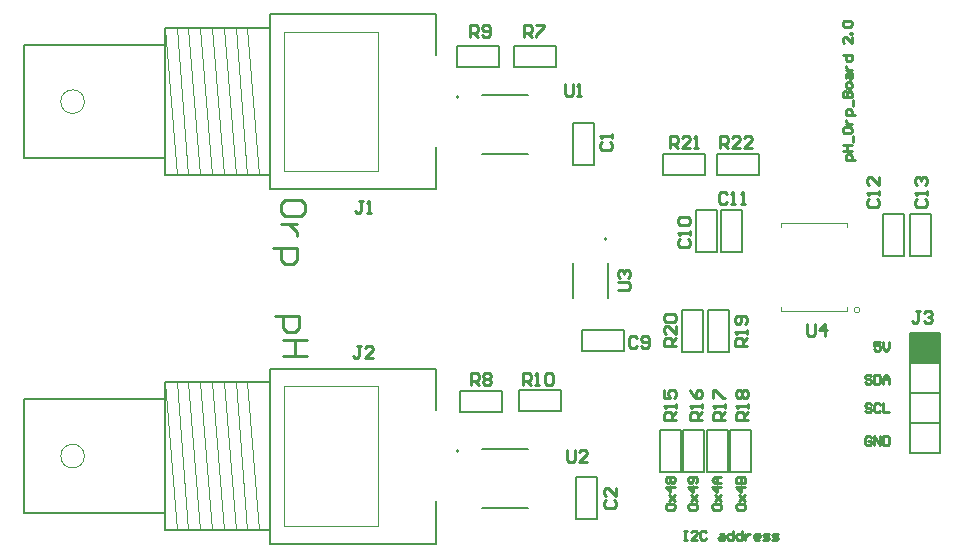
<source format=gto>
G04*
G04 #@! TF.GenerationSoftware,Altium Limited,Altium Designer,25.5.2 (35)*
G04*
G04 Layer_Color=65535*
%FSLAX44Y44*%
%MOMM*%
G71*
G04*
G04 #@! TF.SameCoordinates,747CCF99-A89D-410B-911D-7770042ED889*
G04*
G04*
G04 #@! TF.FilePolarity,Positive*
G04*
G01*
G75*
%ADD10C,0.2000*%
%ADD11C,0.0250*%
%ADD12C,0.0000*%
%ADD13C,0.1270*%
%ADD14C,0.0250*%
%ADD15C,0.1200*%
%ADD16C,0.2032*%
%ADD17C,0.2540*%
%ADD18R,2.5400X2.5303*%
D10*
X545630Y517600D02*
G03*
X545630Y517600I-1000J0D01*
G01*
X420340Y637730D02*
G03*
X420340Y637730I-1000J0D01*
G01*
Y338010D02*
G03*
X420340Y338010I-1000J0D01*
G01*
X171470Y571430D02*
Y585930D01*
Y681930D01*
Y571430D02*
X260470D01*
X52470Y585930D02*
Y681930D01*
X171470D01*
X52470Y585930D02*
X171470D01*
Y681930D02*
Y696430D01*
X260470D01*
Y559930D02*
Y571430D01*
Y559930D02*
X401470D01*
X260470Y571430D02*
Y696430D01*
X401256Y560261D02*
X401405Y595820D01*
X260470Y696430D02*
Y707930D01*
X401470D01*
X401325Y673301D02*
X401470Y707930D01*
X401325Y373181D02*
X401470Y407810D01*
X260470D02*
X401470D01*
X260470Y396310D02*
Y407810D01*
X401256Y260141D02*
X401405Y295700D01*
X260470Y271310D02*
Y396310D01*
Y259810D02*
X401470D01*
X260470D02*
Y271310D01*
X171470Y396310D02*
X260470D01*
X171470Y381810D02*
Y396310D01*
X52470Y285810D02*
X171470D01*
X52470Y381810D02*
X171470D01*
X52470Y285810D02*
Y381810D01*
X171470Y271310D02*
X260470D01*
X171470Y285810D02*
Y381810D01*
Y271310D02*
Y285810D01*
D11*
X103470Y633930D02*
G03*
X103470Y633930I-10000J0D01*
G01*
Y333810D02*
G03*
X103470Y333810I-10000J0D01*
G01*
X181470Y696430D02*
X191470Y571430D01*
X171470Y696430D02*
X181470Y571430D01*
X211470Y696430D02*
X221470Y571430D01*
X201470Y696430D02*
X211470Y571430D01*
X191470Y696430D02*
X201470Y571430D01*
X241470Y696430D02*
X251470Y571430D01*
X221470Y696430D02*
X231470Y571430D01*
Y696430D02*
X241470Y571430D01*
X272470Y574930D02*
Y692930D01*
Y274810D02*
Y392810D01*
X231470Y396310D02*
X241470Y271310D01*
X221470Y396310D02*
X231470Y271310D01*
X241470Y396310D02*
X251470Y271310D01*
X191470Y396310D02*
X201470Y271310D01*
Y396310D02*
X211470Y271310D01*
Y396310D02*
X221470Y271310D01*
X171470Y396310D02*
X181470Y271310D01*
Y396310D02*
X191470Y271310D01*
D12*
X760129Y457364D02*
G03*
X760129Y457364I-2500J0D01*
G01*
D13*
X517130Y467600D02*
Y497600D01*
X547130Y467600D02*
Y497600D01*
X440240Y589430D02*
X479240D01*
X440240Y639930D02*
X479240D01*
X609600Y421640D02*
Y457200D01*
Y421640D02*
X627380D01*
X609600Y457200D02*
X627380D01*
Y421640D02*
Y457200D01*
X631190Y421640D02*
X648970D01*
Y457200D01*
X631190Y421640D02*
Y457200D01*
X648970D01*
X621030Y542290D02*
X638810D01*
X621030Y506730D02*
Y542290D01*
X638810Y506730D02*
Y542290D01*
X621030Y506730D02*
X638810D01*
X642620Y542290D02*
X660400D01*
X642620Y506730D02*
Y542290D01*
X660400Y506730D02*
Y542290D01*
X642620Y506730D02*
X660400D01*
X638810Y571500D02*
X674370D01*
Y589280D01*
X638810Y571500D02*
Y589280D01*
X674370D01*
X593090Y571500D02*
Y589280D01*
Y571500D02*
X628650D01*
X593090Y589280D02*
X628650D01*
Y571500D02*
Y589280D01*
X560070Y422910D02*
Y440690D01*
X524510D02*
X560070D01*
X524510Y422910D02*
X560070D01*
X524510D02*
Y440690D01*
X440240Y340210D02*
X479240D01*
X440240Y289710D02*
X479240D01*
X471170Y372110D02*
Y389890D01*
Y372110D02*
X506730D01*
X471170Y389890D02*
X506730D01*
Y372110D02*
Y389890D01*
X421640Y370840D02*
Y388620D01*
Y370840D02*
X457200D01*
X421640Y388620D02*
X457200D01*
Y370840D02*
Y388620D01*
X519430Y316230D02*
X537210D01*
X519430Y280670D02*
Y316230D01*
X537210Y280670D02*
Y316230D01*
X519430Y280670D02*
X537210D01*
X516890Y615950D02*
X534670D01*
X516890Y580390D02*
Y615950D01*
X534670Y580390D02*
Y615950D01*
X516890Y580390D02*
X534670D01*
X502920Y662940D02*
Y680720D01*
X467360D02*
X502920D01*
X467360Y662940D02*
X502920D01*
X467360D02*
Y680720D01*
X454660Y662940D02*
Y680720D01*
X419100D02*
X454660D01*
X419100Y662940D02*
X454660D01*
X419100D02*
Y680720D01*
X802640Y538480D02*
X820420D01*
X802640Y502920D02*
X820420D01*
X802640D02*
Y538480D01*
X820420Y502920D02*
Y538480D01*
X779780D02*
X797560D01*
X779780Y502920D02*
X797560D01*
X779780D02*
Y538480D01*
X797560Y502920D02*
Y538480D01*
X608330Y320040D02*
Y355600D01*
X590550Y320040D02*
Y355600D01*
Y320040D02*
X608330D01*
X590550Y355600D02*
X608330D01*
X628227Y320040D02*
Y355600D01*
X610447Y320040D02*
Y355600D01*
Y320040D02*
X628227D01*
X610447Y355600D02*
X628227D01*
X648123Y320040D02*
Y355600D01*
X630343Y320040D02*
Y355600D01*
Y320040D02*
X648123D01*
X630343Y355600D02*
X648123D01*
X668020Y320040D02*
Y355600D01*
X650240Y320040D02*
Y355600D01*
Y320040D02*
X668020D01*
X650240Y355600D02*
X668020D01*
D14*
X171470Y571430D02*
Y585930D01*
Y571430D02*
X260470D01*
X52470Y681930D02*
X171470D01*
X52470Y585930D02*
X171470D01*
X52470D02*
Y681930D01*
X171470D02*
Y696430D01*
Y585930D02*
Y681930D01*
Y696430D02*
X260470D01*
Y559930D02*
Y571430D01*
Y696430D01*
Y559930D02*
X401470D01*
X272470Y574930D02*
X352470D01*
X272470Y692930D02*
X352470D01*
X260470Y696430D02*
Y707930D01*
X352470Y574930D02*
Y692930D01*
X260470Y707930D02*
X401470D01*
X260470Y407810D02*
X401470D01*
X352470Y274810D02*
Y392810D01*
X260470Y396310D02*
Y407810D01*
X272470Y392810D02*
X352470D01*
X272470Y274810D02*
X352470D01*
X260470Y259810D02*
X401470D01*
X260470Y271310D02*
Y396310D01*
Y259810D02*
Y271310D01*
X171470Y396310D02*
X260470D01*
X171470Y285810D02*
Y381810D01*
Y396310D01*
X52470Y285810D02*
Y381810D01*
Y285810D02*
X171470D01*
X52470Y381810D02*
X171470D01*
Y271310D02*
X260470D01*
X171470D02*
Y285810D01*
D15*
X693360Y528196D02*
Y531530D01*
X749360D01*
Y528196D02*
Y531530D01*
X693360Y456530D02*
Y459864D01*
Y456530D02*
X749360D01*
Y459864D01*
D16*
X802640Y412750D02*
X828040D01*
X802640Y387350D02*
X828040D01*
X802386Y336550D02*
X827786D01*
X802640D02*
X828040D01*
X802640D02*
X828040D01*
X802640D02*
Y438150D01*
Y361950D02*
X828040D01*
Y336550D02*
Y438150D01*
X802640D02*
X828040D01*
D17*
X656592Y288290D02*
X655322Y289560D01*
Y292099D01*
X656592Y293368D01*
X661670D01*
X662940Y292099D01*
Y289560D01*
X661670Y288290D01*
X656592D01*
X657862Y295907D02*
X662940Y300986D01*
X660401Y298447D01*
X657862Y300986D01*
X662940Y295907D01*
Y307334D02*
X655322D01*
X659131Y303525D01*
Y308603D01*
X655322Y311143D02*
X662940D01*
Y314951D01*
X661670Y316221D01*
X660401D01*
X659131Y314951D01*
Y311143D01*
Y314951D01*
X657862Y316221D01*
X656592D01*
X655322Y314951D01*
Y311143D01*
X755650Y584200D02*
X748033D01*
Y588009D01*
X749302Y589278D01*
X751841D01*
X753111Y588009D01*
Y584200D01*
X745493Y591818D02*
X753111D01*
X749302D01*
Y596896D01*
X745493D01*
X753111D01*
X754380Y599435D02*
Y604513D01*
X745493Y610861D02*
Y608322D01*
X746763Y607053D01*
X751841D01*
X753111Y608322D01*
Y610861D01*
X751841Y612131D01*
X746763D01*
X745493Y610861D01*
X748033Y614670D02*
X753111D01*
X750572D01*
X749302Y615940D01*
X748033Y617209D01*
Y618479D01*
X755650Y622288D02*
X748033D01*
Y626096D01*
X749302Y627366D01*
X751841D01*
X753111Y626096D01*
Y622288D01*
X754380Y629905D02*
Y634984D01*
X745493Y637523D02*
X753111D01*
Y641331D01*
X751841Y642601D01*
X750572D01*
X749302Y641331D01*
Y637523D01*
Y641331D01*
X748033Y642601D01*
X746763D01*
X745493Y641331D01*
Y637523D01*
X753111Y646410D02*
Y648949D01*
X751841Y650219D01*
X749302D01*
X748033Y648949D01*
Y646410D01*
X749302Y645140D01*
X751841D01*
X753111Y646410D01*
X748033Y654027D02*
Y656567D01*
X749302Y657836D01*
X753111D01*
Y654027D01*
X751841Y652758D01*
X750572Y654027D01*
Y657836D01*
X748033Y660375D02*
X753111D01*
X750572D01*
X749302Y661645D01*
X748033Y662915D01*
Y664184D01*
X745493Y673071D02*
X753111D01*
Y669262D01*
X751841Y667993D01*
X749302D01*
X748033Y669262D01*
Y673071D01*
X753111Y688306D02*
Y683228D01*
X748033Y688306D01*
X746763D01*
X745493Y687037D01*
Y684498D01*
X746763Y683228D01*
X753111Y690845D02*
X751841D01*
Y692115D01*
X753111D01*
Y690845D01*
X746763Y697193D02*
X745493Y698463D01*
Y701002D01*
X746763Y702272D01*
X751841D01*
X753111Y701002D01*
Y698463D01*
X751841Y697193D01*
X746763D01*
X769618Y349248D02*
X768349Y350518D01*
X765810D01*
X764540Y349248D01*
Y344170D01*
X765810Y342900D01*
X768349D01*
X769618Y344170D01*
Y346709D01*
X767079D01*
X772158Y342900D02*
Y350518D01*
X777236Y342900D01*
Y350518D01*
X779775D02*
Y342900D01*
X783584D01*
X784853Y344170D01*
Y349248D01*
X783584Y350518D01*
X779775D01*
X769618Y377188D02*
X768349Y378457D01*
X765810D01*
X764540Y377188D01*
Y375918D01*
X765810Y374649D01*
X768349D01*
X769618Y373379D01*
Y372110D01*
X768349Y370840D01*
X765810D01*
X764540Y372110D01*
X777236Y377188D02*
X775966Y378457D01*
X773427D01*
X772158Y377188D01*
Y372110D01*
X773427Y370840D01*
X775966D01*
X777236Y372110D01*
X779775Y378457D02*
Y370840D01*
X784853D01*
X769618Y401318D02*
X768349Y402588D01*
X765810D01*
X764540Y401318D01*
Y400048D01*
X765810Y398779D01*
X768349D01*
X769618Y397509D01*
Y396240D01*
X768349Y394970D01*
X765810D01*
X764540Y396240D01*
X772158Y402588D02*
Y394970D01*
X775966D01*
X777236Y396240D01*
Y401318D01*
X775966Y402588D01*
X772158D01*
X779775Y394970D02*
Y400048D01*
X782314Y402588D01*
X784853Y400048D01*
Y394970D01*
Y398779D01*
X779775D01*
X777236Y430527D02*
X772158D01*
Y426719D01*
X774697Y427988D01*
X775966D01*
X777236Y426719D01*
Y424180D01*
X775966Y422910D01*
X773427D01*
X772158Y424180D01*
X779775Y430527D02*
Y425449D01*
X782314Y422910D01*
X784853Y425449D01*
Y430527D01*
X610870Y270508D02*
X613409D01*
X612140D01*
Y262890D01*
X610870D01*
X613409D01*
X622296D02*
X617218D01*
X622296Y267968D01*
Y269238D01*
X621027Y270508D01*
X618488D01*
X617218Y269238D01*
X629914D02*
X628644Y270508D01*
X626105D01*
X624836Y269238D01*
Y264160D01*
X626105Y262890D01*
X628644D01*
X629914Y264160D01*
X641340Y267968D02*
X643879D01*
X645149Y266699D01*
Y262890D01*
X641340D01*
X640071Y264160D01*
X641340Y265429D01*
X645149D01*
X652766Y270508D02*
Y262890D01*
X648958D01*
X647688Y264160D01*
Y266699D01*
X648958Y267968D01*
X652766D01*
X660384Y270508D02*
Y262890D01*
X656575D01*
X655306Y264160D01*
Y266699D01*
X656575Y267968D01*
X660384D01*
X662923D02*
Y262890D01*
Y265429D01*
X664193Y266699D01*
X665462Y267968D01*
X666732D01*
X674350Y262890D02*
X671810D01*
X670541Y264160D01*
Y266699D01*
X671810Y267968D01*
X674350D01*
X675619Y266699D01*
Y265429D01*
X670541D01*
X678158Y262890D02*
X681967D01*
X683237Y264160D01*
X681967Y265429D01*
X679428D01*
X678158Y266699D01*
X679428Y267968D01*
X683237D01*
X685776Y262890D02*
X689585D01*
X690854Y264160D01*
X689585Y265429D01*
X687045D01*
X685776Y266699D01*
X687045Y267968D01*
X690854D01*
X636272Y288290D02*
X635003Y289560D01*
Y292099D01*
X636272Y293368D01*
X641350D01*
X642620Y292099D01*
Y289560D01*
X641350Y288290D01*
X636272D01*
X637542Y295907D02*
X642620Y300986D01*
X640081Y298447D01*
X637542Y300986D01*
X642620Y295907D01*
Y307334D02*
X635003D01*
X638811Y303525D01*
Y308603D01*
X642620Y311143D02*
X637542D01*
X635003Y313682D01*
X637542Y316221D01*
X642620D01*
X638811D01*
Y311143D01*
X615952Y288290D02*
X614683Y289560D01*
Y292099D01*
X615952Y293368D01*
X621030D01*
X622300Y292099D01*
Y289560D01*
X621030Y288290D01*
X615952D01*
X617222Y295907D02*
X622300Y300986D01*
X619761Y298447D01*
X617222Y300986D01*
X622300Y295907D01*
Y307334D02*
X614683D01*
X618491Y303525D01*
Y308603D01*
X621030Y311143D02*
X622300Y312412D01*
Y314951D01*
X621030Y316221D01*
X615952D01*
X614683Y314951D01*
Y312412D01*
X615952Y311143D01*
X617222D01*
X618491Y312412D01*
Y316221D01*
X596902Y288290D02*
X595633Y289560D01*
Y292099D01*
X596902Y293368D01*
X601980D01*
X603250Y292099D01*
Y289560D01*
X601980Y288290D01*
X596902D01*
X598172Y295907D02*
X603250Y300986D01*
X600711Y298447D01*
X598172Y300986D01*
X603250Y295907D01*
Y307334D02*
X595633D01*
X599441Y303525D01*
Y308603D01*
X596902Y311143D02*
X595633Y312412D01*
Y314951D01*
X596902Y316221D01*
X598172D01*
X599441Y314951D01*
X600711Y316221D01*
X601980D01*
X603250Y314951D01*
Y312412D01*
X601980Y311143D01*
X600711D01*
X599441Y312412D01*
X598172Y311143D01*
X596902D01*
X599441Y312412D02*
Y314951D01*
X715436Y445768D02*
Y437304D01*
X717129Y435612D01*
X720514D01*
X722207Y437304D01*
Y445768D01*
X730671Y435612D02*
Y445768D01*
X725593Y440690D01*
X732364D01*
X554992Y474136D02*
X563456D01*
X565148Y475829D01*
Y479214D01*
X563456Y480907D01*
X554992D01*
X556684Y484293D02*
X554992Y485986D01*
Y489371D01*
X556684Y491064D01*
X558377D01*
X560070Y489371D01*
Y487678D01*
Y489371D01*
X561763Y491064D01*
X563456D01*
X565148Y489371D01*
Y485986D01*
X563456Y484293D01*
X512236Y339088D02*
Y330624D01*
X513929Y328932D01*
X517314D01*
X519007Y330624D01*
Y339088D01*
X529164Y328932D02*
X522393D01*
X529164Y335703D01*
Y337396D01*
X527471Y339088D01*
X524086D01*
X522393Y337396D01*
X510119Y648968D02*
Y640504D01*
X511812Y638812D01*
X515197D01*
X516890Y640504D01*
Y648968D01*
X520276Y638812D02*
X523661D01*
X521968D01*
Y648968D01*
X520276Y647276D01*
X641778Y594362D02*
Y604518D01*
X646856D01*
X648549Y602826D01*
Y599440D01*
X646856Y597747D01*
X641778D01*
X645163D02*
X648549Y594362D01*
X658706D02*
X651934D01*
X658706Y601133D01*
Y602826D01*
X657013Y604518D01*
X653627D01*
X651934Y602826D01*
X668862Y594362D02*
X662091D01*
X668862Y601133D01*
Y602826D01*
X667169Y604518D01*
X663784D01*
X662091Y602826D01*
X599021Y594362D02*
Y604518D01*
X604099D01*
X605792Y602826D01*
Y599440D01*
X604099Y597747D01*
X599021D01*
X602406D02*
X605792Y594362D01*
X615948D02*
X609177D01*
X615948Y601133D01*
Y602826D01*
X614256Y604518D01*
X610870D01*
X609177Y602826D01*
X619334Y594362D02*
X622719D01*
X621027D01*
Y604518D01*
X619334Y602826D01*
X604518Y427148D02*
X594362D01*
Y432226D01*
X596054Y433919D01*
X599440D01*
X601133Y432226D01*
Y427148D01*
Y430533D02*
X604518Y433919D01*
Y444076D02*
Y437304D01*
X597747Y444076D01*
X596054D01*
X594362Y442383D01*
Y438997D01*
X596054Y437304D01*
Y447461D02*
X594362Y449154D01*
Y452539D01*
X596054Y454232D01*
X602826D01*
X604518Y452539D01*
Y449154D01*
X602826Y447461D01*
X596054D01*
X664208Y426724D02*
X654052D01*
Y431802D01*
X655744Y433495D01*
X659130D01*
X660823Y431802D01*
Y426724D01*
Y430110D02*
X664208Y433495D01*
Y436881D02*
Y440266D01*
Y438574D01*
X654052D01*
X655744Y436881D01*
X662516Y445345D02*
X664208Y447038D01*
Y450423D01*
X662516Y452116D01*
X655744D01*
X654052Y450423D01*
Y447038D01*
X655744Y445345D01*
X657437D01*
X659130Y447038D01*
Y452116D01*
X665478Y364002D02*
X655322D01*
Y369080D01*
X657014Y370773D01*
X660400D01*
X662093Y369080D01*
Y364002D01*
Y367387D02*
X665478Y370773D01*
Y374159D02*
Y377544D01*
Y375851D01*
X655322D01*
X657014Y374159D01*
Y382622D02*
X655322Y384315D01*
Y387701D01*
X657014Y389394D01*
X658707D01*
X660400Y387701D01*
X662093Y389394D01*
X663785D01*
X665478Y387701D01*
Y384315D01*
X663785Y382622D01*
X662093D01*
X660400Y384315D01*
X658707Y382622D01*
X657014D01*
X660400Y384315D02*
Y387701D01*
X645739Y364002D02*
X635582D01*
Y369080D01*
X637275Y370773D01*
X640660D01*
X642353Y369080D01*
Y364002D01*
Y367387D02*
X645739Y370773D01*
Y374159D02*
Y377544D01*
Y375851D01*
X635582D01*
X637275Y374159D01*
X635582Y382622D02*
Y389394D01*
X637275D01*
X644046Y382622D01*
X645739D01*
X626349Y364002D02*
X616193D01*
Y369080D01*
X617886Y370773D01*
X621271D01*
X622964Y369080D01*
Y364002D01*
Y367387D02*
X626349Y370773D01*
Y374159D02*
Y377544D01*
Y375851D01*
X616193D01*
X617886Y374159D01*
X616193Y389394D02*
X617886Y386008D01*
X621271Y382622D01*
X624657D01*
X626349Y384315D01*
Y387701D01*
X624657Y389394D01*
X622964D01*
X621271Y387701D01*
Y382622D01*
X604485Y364002D02*
X594328D01*
Y369080D01*
X596021Y370773D01*
X599406D01*
X601099Y369080D01*
Y364002D01*
Y367387D02*
X604485Y370773D01*
Y374159D02*
Y377544D01*
Y375851D01*
X594328D01*
X596021Y374159D01*
X594328Y389394D02*
Y382622D01*
X599406D01*
X597714Y386008D01*
Y387701D01*
X599406Y389394D01*
X602792D01*
X604485Y387701D01*
Y384315D01*
X602792Y382622D01*
X474984Y393702D02*
Y403858D01*
X480062D01*
X481755Y402166D01*
Y398780D01*
X480062Y397087D01*
X474984D01*
X478370D02*
X481755Y393702D01*
X485141D02*
X488526D01*
X486834D01*
Y403858D01*
X485141Y402166D01*
X493605D02*
X495298Y403858D01*
X498683D01*
X500376Y402166D01*
Y395394D01*
X498683Y393702D01*
X495298D01*
X493605Y395394D01*
Y402166D01*
X429686Y688342D02*
Y698498D01*
X434764D01*
X436457Y696806D01*
Y693420D01*
X434764Y691727D01*
X429686D01*
X433072D02*
X436457Y688342D01*
X439843Y690034D02*
X441536Y688342D01*
X444921D01*
X446614Y690034D01*
Y696806D01*
X444921Y698498D01*
X441536D01*
X439843Y696806D01*
Y695113D01*
X441536Y693420D01*
X446614D01*
X430956Y393702D02*
Y403858D01*
X436034D01*
X437727Y402166D01*
Y398780D01*
X436034Y397087D01*
X430956D01*
X434342D02*
X437727Y393702D01*
X441113Y402166D02*
X442806Y403858D01*
X446191D01*
X447884Y402166D01*
Y400473D01*
X446191Y398780D01*
X447884Y397087D01*
Y395394D01*
X446191Y393702D01*
X442806D01*
X441113Y395394D01*
Y397087D01*
X442806Y398780D01*
X441113Y400473D01*
Y402166D01*
X442806Y398780D02*
X446191D01*
X475406Y688342D02*
Y698498D01*
X480484D01*
X482177Y696806D01*
Y693420D01*
X480484Y691727D01*
X475406D01*
X478792D02*
X482177Y688342D01*
X485563Y698498D02*
X492334D01*
Y696806D01*
X485563Y690034D01*
Y688342D01*
X810681Y456943D02*
X807296D01*
X808988D01*
Y448479D01*
X807296Y446786D01*
X805603D01*
X803910Y448479D01*
X814067Y455250D02*
X815760Y456943D01*
X819145D01*
X820838Y455250D01*
Y453557D01*
X819145Y451864D01*
X817452D01*
X819145D01*
X820838Y450172D01*
Y448479D01*
X819145Y446786D01*
X815760D01*
X814067Y448479D01*
X337397Y426718D02*
X334012D01*
X335704D01*
Y418254D01*
X334012Y416562D01*
X332319D01*
X330626Y418254D01*
X347554Y416562D02*
X340783D01*
X347554Y423333D01*
Y425026D01*
X345861Y426718D01*
X342476D01*
X340783Y425026D01*
X264588Y452538D02*
X284901D01*
Y442381D01*
X281516Y438996D01*
X274744D01*
X271359Y442381D01*
Y452538D01*
X291672Y432224D02*
X271359D01*
X281516D01*
Y418682D01*
X291672D01*
X271359D01*
X339090Y549908D02*
X335704D01*
X337397D01*
Y541444D01*
X335704Y539752D01*
X334012D01*
X332319Y541444D01*
X342476Y539752D02*
X345861D01*
X344168D01*
Y549908D01*
X342476Y548216D01*
X290402Y540168D02*
Y546939D01*
X287017Y550325D01*
X273474D01*
X270089Y546939D01*
Y540168D01*
X273474Y536782D01*
X287017D01*
X290402Y540168D01*
X283631Y530011D02*
X270089D01*
X276860D01*
X280246Y526626D01*
X283631Y523240D01*
Y519854D01*
X263318Y509698D02*
X283631D01*
Y499541D01*
X280246Y496155D01*
X273474D01*
X270089Y499541D01*
Y509698D01*
X808144Y551605D02*
X806452Y549912D01*
Y546527D01*
X808144Y544834D01*
X814916D01*
X816608Y546527D01*
Y549912D01*
X814916Y551605D01*
X816608Y554991D02*
Y558376D01*
Y556684D01*
X806452D01*
X808144Y554991D01*
Y563455D02*
X806452Y565148D01*
Y568533D01*
X808144Y570226D01*
X809837D01*
X811530Y568533D01*
Y566840D01*
Y568533D01*
X813223Y570226D01*
X814916D01*
X816608Y568533D01*
Y565148D01*
X814916Y563455D01*
X767504Y551605D02*
X765812Y549912D01*
Y546527D01*
X767504Y544834D01*
X774276D01*
X775968Y546527D01*
Y549912D01*
X774276Y551605D01*
X775968Y554991D02*
Y558376D01*
Y556684D01*
X765812D01*
X767504Y554991D01*
X775968Y570226D02*
Y563455D01*
X769197Y570226D01*
X767504D01*
X765812Y568533D01*
Y565148D01*
X767504Y563455D01*
X647278Y555836D02*
X645585Y557528D01*
X642200D01*
X640507Y555836D01*
Y549064D01*
X642200Y547372D01*
X645585D01*
X647278Y549064D01*
X650664Y547372D02*
X654049D01*
X652356D01*
Y557528D01*
X650664Y555836D01*
X659128Y547372D02*
X662513D01*
X660820D01*
Y557528D01*
X659128Y555836D01*
X607484Y517315D02*
X605792Y515622D01*
Y512237D01*
X607484Y510544D01*
X614256D01*
X615948Y512237D01*
Y515622D01*
X614256Y517315D01*
X615948Y520701D02*
Y524086D01*
Y522394D01*
X605792D01*
X607484Y520701D01*
Y529165D02*
X605792Y530858D01*
Y534243D01*
X607484Y535936D01*
X614256D01*
X615948Y534243D01*
Y530858D01*
X614256Y529165D01*
X607484D01*
X571077Y433916D02*
X569384Y435608D01*
X565999D01*
X564306Y433916D01*
Y427144D01*
X565999Y425452D01*
X569384D01*
X571077Y427144D01*
X574463D02*
X576156Y425452D01*
X579541D01*
X581234Y427144D01*
Y433916D01*
X579541Y435608D01*
X576156D01*
X574463Y433916D01*
Y432223D01*
X576156Y430530D01*
X581234D01*
X545254Y296757D02*
X543562Y295064D01*
Y291679D01*
X545254Y289986D01*
X552026D01*
X553718Y291679D01*
Y295064D01*
X552026Y296757D01*
X553718Y306914D02*
Y300143D01*
X546947Y306914D01*
X545254D01*
X543562Y305221D01*
Y301836D01*
X545254Y300143D01*
X541444Y599440D02*
X539752Y597747D01*
Y594362D01*
X541444Y592669D01*
X548216D01*
X549908Y594362D01*
Y597747D01*
X548216Y599440D01*
X549908Y602826D02*
Y606211D01*
Y604518D01*
X539752D01*
X541444Y602826D01*
D18*
X815340Y425499D02*
D03*
M02*

</source>
